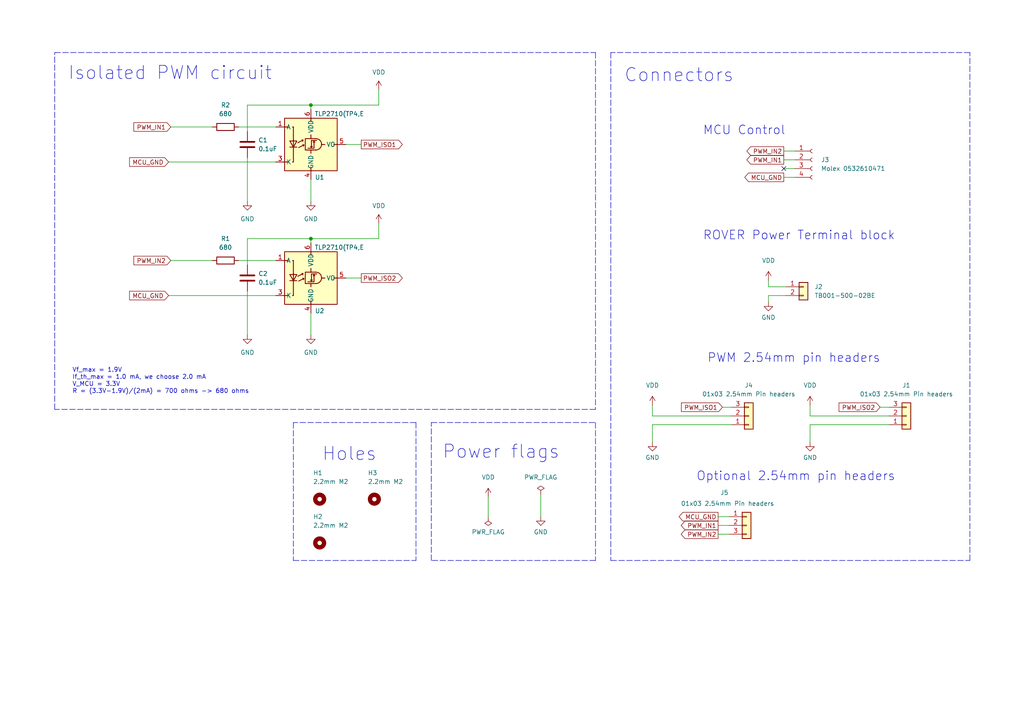
<source format=kicad_sch>
(kicad_sch (version 20211123) (generator eeschema)
  (paper "A4")
  (title_block (title "Isolated PWM ") (date "2022-05-01") (rev "2") (comment 1 "Power supply: 5V") (comment 3 "Author: Vincent Nguyen"))
  (lib_symbols
    (symbol "0_ISOLATED_PWM:TLP2710(TP4,E"
      (property "Reference" "U" (at 5.08 -8.89 0))
      (property "Value" "TLP2710(TP4,E" (at 8.89 8.89 0))
      (symbol "TLP2710(TP4,E_0_1"
        (polyline (pts (xy -7.62 -5.08) (xy -6.604 -5.08)) (stroke (width 0.254)))
        (polyline (pts (xy -7.62 5.08) (xy -6.604 5.08)) (stroke (width 0.254)))
        (polyline (pts (xy -5.08 -5.08) (xy -5.334 -5.08)) (stroke (width 0.254)))
        (polyline (pts (xy -5.08 -1.27) (xy -5.08 -5.08)) (stroke (width 0.254)))
        (polyline (pts (xy -5.08 1.27) (xy -5.08 5.08)) (stroke (width 0.254)))
        (polyline (pts (xy -5.08 5.08) (xy -5.334 5.08)) (stroke (width 0.254)))
        (polyline (pts (xy 0 -7.62) (xy 0 -6.604)) (stroke (width 0.254)))
        (polyline (pts (xy 0 -1.651) (xy 0 -2.54)) (stroke (width 0.254)))
        (polyline (pts (xy 0 1.651) (xy 0 2.794)) (stroke (width 0.254)))
        (polyline (pts (xy 0 7.62) (xy 0 6.604)) (stroke (width 0.254)))
        (polyline (pts (xy 3.048 0) (xy 4.064 0)) (stroke (width 0.254)))
        (polyline (pts (xy 7.62 0) (xy 6.604 0)) (stroke (width 0.254)))
      )
      (symbol "TLP2710(TP4,E_1_1"
        (rectangle (start -7.62 7.62) (end 7.62 -7.62) (stroke (width 0.254)) (fill (type background)))
        (polyline (pts (xy -6.096 -0.762) (xy -4.064 -0.762)) (stroke (width 0.254)))
        (polyline (pts (xy -5.08 -0.762) (xy -5.08 -1.27)) (stroke (width 0.254)))
        (polyline (pts (xy -5.08 1.016) (xy -5.08 -0.762)) (stroke (width 0.254)))
        (polyline (pts (xy -5.08 1.016) (xy -5.08 1.397)) (stroke (width 0.254)))
        (polyline (pts (xy -3.81 0.508) (xy -2.286 1.27)) (stroke (width 0.254)))
        (polyline (pts (xy -3.556 -0.889) (xy -2.032 -0.127)) (stroke (width 0.254)))
        (polyline (pts (xy -2.286 1.27) (xy -2.5908 1.3716)) (stroke (width 0.254)))
        (polyline (pts (xy -2.286 1.27) (xy -2.3876 0.9144)) (stroke (width 0.254)))
        (polyline (pts (xy -2.032 -0.127) (xy -2.3368 -0.0254)) (stroke (width 0.254)))
        (polyline (pts (xy -2.032 -0.127) (xy -2.1336 -0.4826)) (stroke (width 0.254)))
        (polyline (pts (xy 0.1524 -0.8382) (xy -0.1016 -0.5842) (xy 0.4064 -0.5842)) (stroke (width 0.254)))
        (polyline (pts (xy 0.9144 0.9398) (xy 0.9144 -1.0922) (xy -0.8636 -1.0922)) (stroke (width 0.254)))
        (polyline (pts (xy -6.096 1.016) (xy -4.064 1.016) (xy -5.08 -0.762) (xy -6.096 1.016)) (stroke (width 0.254)))
        (polyline (pts (xy 0.9144 0.9398) (xy 0.6604 0.6858) (xy 1.1684 0.6858) (xy 0.9144 0.9398)) (stroke (width 0.254)))
        (polyline (pts (xy 1.4224 1.7018) (xy -1.6256 1.7018) (xy -1.6256 -1.6002) (xy 1.4224 -1.6002)) (stroke (width 0.254)))
        (polyline (pts (xy 1.6764 1.1938) (xy 0.1524 1.1938) (xy 0.1524 -0.8382) (xy 0.4064 -0.5842)) (stroke (width 0.254)))
        (arc (start 1.4224 -1.6002) (mid 2.6101 -1.1115) (end 3.0988 0.0762) (stroke (width 0.254)))
        (arc (start 3.0734 0) (mid 2.6011 1.2413) (end 1.3462 1.6764) (stroke (width 0.254)))
        (pin passive line (at -10.16 5.08 0) (length 2.54) (name "A") (number "1"))
        (pin no_connect line (at -7.62 0 0) (length 2.54) hide (name "NC") (number "2"))
        (pin passive line (at -10.16 -5.08 0) (length 2.54) (name "K") (number "3"))
        (pin power_in line (at 0 -10.16 90) (length 2.54) (name "GND") (number "4"))
        (pin output line (at 10.16 0 180) (length 2.54) (name "VO") (number "5"))
        (pin power_in line (at 0 10.16 270) (length 2.54) (name "VDD") (number "6"))
      )
    )
    (symbol "Connector:Conn_01x04_Female" (pin_names (offset 1.016) hide)
      (property "Reference" "J" (at 0 5.08 0))
      (property "Value" "Conn_01x04_Female" (at 0 -7.62 0))
      (symbol "Conn_01x04_Female_1_1"
        (arc (start 0 -4.572) (mid -0.508 -5.08) (end 0 -5.588) (stroke (width 0.1524)))
        (arc (start 0 -2.032) (mid -0.508 -2.54) (end 0 -3.048) (stroke (width 0.1524)))
        (polyline (pts (xy -1.27 -5.08) (xy -0.508 -5.08)) (stroke (width 0.1524)))
        (polyline (pts (xy -1.27 -2.54) (xy -0.508 -2.54)) (stroke (width 0.1524)))
        (polyline (pts (xy -1.27 0) (xy -0.508 0)) (stroke (width 0.1524)))
        (polyline (pts (xy -1.27 2.54) (xy -0.508 2.54)) (stroke (width 0.1524)))
        (arc (start 0 0.508) (mid -0.508 0) (end 0 -0.508) (stroke (width 0.1524)))
        (arc (start 0 3.048) (mid -0.508 2.54) (end 0 2.032) (stroke (width 0.1524)))
        (pin passive line (at -5.08 2.54 0) (length 3.81) (name "Pin_1") (number "1"))
        (pin passive line (at -5.08 0 0) (length 3.81) (name "Pin_2") (number "2"))
        (pin passive line (at -5.08 -2.54 0) (length 3.81) (name "Pin_3") (number "3"))
        (pin passive line (at -5.08 -5.08 0) (length 3.81) (name "Pin_4") (number "4"))
      )
    )
    (symbol "Connector_Generic:Conn_01x02" (pin_names (offset 1.016) hide)
      (property "Reference" "J" (at 0 2.54 0))
      (property "Value" "Conn_01x02" (at 0 -5.08 0))
      (symbol "Conn_01x02_1_1"
        (rectangle (start -1.27 -2.413) (end 0 -2.667) (stroke (width 0.1524)))
        (rectangle (start -1.27 0.127) (end 0 -0.127) (stroke (width 0.1524)))
        (rectangle (start -1.27 1.27) (end 1.27 -3.81) (stroke (width 0.254)) (fill (type background)))
        (pin passive line (at -5.08 0 0) (length 3.81) (name "Pin_1") (number "1"))
        (pin passive line (at -5.08 -2.54 0) (length 3.81) (name "Pin_2") (number "2"))
      )
    )
    (symbol "Connector_Generic:Conn_01x03" (pin_names (offset 1.016) hide)
      (property "Reference" "J" (at 0 5.08 0))
      (property "Value" "Conn_01x03" (at 0 -5.08 0))
      (symbol "Conn_01x03_1_1"
        (rectangle (start -1.27 -2.413) (end 0 -2.667) (stroke (width 0.1524)))
        (rectangle (start -1.27 0.127) (end 0 -0.127) (stroke (width 0.1524)))
        (rectangle (start -1.27 2.667) (end 0 2.413) (stroke (width 0.1524)))
        (rectangle (start -1.27 3.81) (end 1.27 -3.81) (stroke (width 0.254)) (fill (type background)))
        (pin passive line (at -5.08 2.54 0) (length 3.81) (name "Pin_1") (number "1"))
        (pin passive line (at -5.08 0 0) (length 3.81) (name "Pin_2") (number "2"))
        (pin passive line (at -5.08 -2.54 0) (length 3.81) (name "Pin_3") (number "3"))
      )
    )
    (symbol "Device:C" (pin_numbers hide) (pin_names (offset 0.254))
      (property "Reference" "C" (at 0.635 2.54 0))
      (property "Value" "C" (at 0.635 -2.54 0))
      (symbol "C_0_1"
        (polyline (pts (xy -2.032 -0.762) (xy 2.032 -0.762)) (stroke (width 0.508)))
        (polyline (pts (xy -2.032 0.762) (xy 2.032 0.762)) (stroke (width 0.508)))
      )
      (symbol "C_1_1"
        (pin passive line (at 0 3.81 270) (length 2.794) (name "~") (number "1"))
        (pin passive line (at 0 -3.81 90) (length 2.794) (name "~") (number "2"))
      )
    )
    (symbol "Device:R" (pin_numbers hide) (pin_names (offset 0))
      (property "Reference" "R" (at 2.032 0 90))
      (property "Value" "R" (at 0 0 90))
      (symbol "R_0_1"
        (rectangle (start -1.016 -2.54) (end 1.016 2.54) (stroke (width 0.254)))
      )
      (symbol "R_1_1"
        (pin passive line (at 0 3.81 270) (length 1.27) (name "~") (number "1"))
        (pin passive line (at 0 -3.81 90) (length 1.27) (name "~") (number "2"))
      )
    )
    (symbol "Mechanical:MountingHole" (pin_names (offset 1.016))
      (property "Reference" "H" (at 0 5.08 0))
      (property "Value" "MountingHole" (at 0 3.175 0))
      (symbol "MountingHole_0_1"
        (circle (center 0 0) (radius 1.27) (stroke (width 1.27)))
      )
    )
    (symbol "power:GND" (power) (pin_names (offset 0))
      (property "Value" "GND" (at 0 -3.81 0))
      (symbol "GND_0_1"
        (polyline (pts (xy 0 0) (xy 0 -1.27) (xy 1.27 -1.27) (xy 0 -2.54) (xy -1.27 -1.27) (xy 0 -1.27)))
      )
      (symbol "GND_1_1"
        (pin power_in line (at 0 0 270) (length 0) hide (name "GND") (number "1"))
      )
    )
    (symbol "power:PWR_FLAG" (power) (pin_numbers hide) (pin_names (offset 0) hide)
      (property "Value" "PWR_FLAG" (at 0 3.81 0))
      (symbol "PWR_FLAG_0_0"
        (pin power_out line (at 0 0 90) (length 0) (name "pwr") (number "1"))
      )
      (symbol "PWR_FLAG_0_1"
        (polyline (pts (xy 0 0) (xy 0 1.27) (xy -1.016 1.905) (xy 0 2.54) (xy 1.016 1.905) (xy 0 1.27)))
      )
    )
    (symbol "power:VDD" (power) (pin_names (offset 0))
      (property "Value" "VDD" (at 0 3.81 0))
      (symbol "VDD_0_1"
        (polyline (pts (xy -0.762 1.27) (xy 0 2.54)))
        (polyline (pts (xy 0 0) (xy 0 2.54)))
        (polyline (pts (xy 0 2.54) (xy 0.762 1.27)))
      )
      (symbol "VDD_1_1"
        (pin power_in line (at 0 0 90) (length 0) hide (name "VDD") (number "1"))
      )
    )
  )
  (junction (at 90.17 30.48))
  (junction (at 90.17 69.215))
  (no_connect (at 227.33 48.895))
  (polyline (pts (xy 15.875 118.745) (xy 15.875 15.24)))
  (wire (pts (xy 227.33 46.355) (xy 230.505 46.355)))
  (polyline (pts (xy 125.095 162.56) (xy 125.095 122.555)))
  (wire (pts (xy 48.895 85.725) (xy 80.01 85.725)))
  (wire (pts (xy 71.755 30.48) (xy 90.17 30.48)))
  (wire (pts (xy 208.28 149.86) (xy 211.455 149.86)))
  (wire (pts (xy 189.23 123.19) (xy 212.09 123.19)))
  (polyline (pts (xy 177.165 162.56) (xy 281.305 162.56)))
  (wire (pts (xy 69.215 75.565) (xy 80.01 75.565)))
  (polyline (pts (xy 85.09 122.555) (xy 85.09 162.56)))
  (wire (pts (xy 189.23 128.27) (xy 189.23 123.19)))
  (wire (pts (xy 234.95 123.19) (xy 257.81 123.19)))
  (wire (pts (xy 71.755 76.835) (xy 71.755 69.215)))
  (wire (pts (xy 90.17 69.215) (xy 90.17 70.485)))
  (wire (pts (xy 234.95 128.27) (xy 234.95 123.19)))
  (wire (pts (xy 109.855 26.035) (xy 109.855 30.48)))
  (polyline (pts (xy 281.305 15.24) (xy 177.165 15.24)))
  (polyline (pts (xy 15.875 15.24) (xy 172.72 15.24)))
  (wire (pts (xy 227.33 51.435) (xy 230.505 51.435)))
  (polyline (pts (xy 85.09 162.56) (xy 120.65 162.56)))
  (wire (pts (xy 209.55 118.11) (xy 212.09 118.11)))
  (polyline (pts (xy 120.65 122.555) (xy 120.65 162.56)))
  (wire (pts (xy 71.755 84.455) (xy 71.755 97.155)))
  (wire (pts (xy 234.95 117.475) (xy 234.95 120.65)))
  (wire (pts (xy 222.885 83.185) (xy 227.965 83.185)))
  (wire (pts (xy 156.845 143.51) (xy 156.845 149.86)))
  (polyline (pts (xy 172.72 122.555) (xy 172.72 162.56)))
  (wire (pts (xy 90.17 90.805) (xy 90.17 97.155)))
  (polyline (pts (xy 281.305 162.56) (xy 281.305 15.24)))
  (polyline (pts (xy 120.65 122.555) (xy 85.09 122.555)))
  (wire (pts (xy 255.27 118.11) (xy 257.81 118.11)))
  (polyline (pts (xy 172.72 162.56) (xy 125.095 162.56)))
  (wire (pts (xy 222.885 81.28) (xy 222.885 83.185)))
  (wire (pts (xy 100.33 80.645) (xy 104.775 80.645)))
  (wire (pts (xy 100.33 41.91) (xy 104.775 41.91)))
  (wire (pts (xy 234.95 120.65) (xy 257.81 120.65)))
  (polyline (pts (xy 125.095 122.555) (xy 172.72 122.555)))
  (wire (pts (xy 69.215 36.83) (xy 80.01 36.83)))
  (wire (pts (xy 222.885 87.63) (xy 222.885 85.725)))
  (wire (pts (xy 208.28 154.94) (xy 211.455 154.94)))
  (wire (pts (xy 227.33 43.815) (xy 230.505 43.815)))
  (wire (pts (xy 189.23 117.475) (xy 189.23 120.65)))
  (wire (pts (xy 48.895 46.99) (xy 80.01 46.99)))
  (wire (pts (xy 71.755 38.1) (xy 71.755 30.48)))
  (wire (pts (xy 90.17 30.48) (xy 109.855 30.48)))
  (wire (pts (xy 71.755 69.215) (xy 90.17 69.215)))
  (polyline (pts (xy 172.72 15.24) (xy 172.72 118.745)))
  (polyline (pts (xy 177.165 15.24) (xy 177.165 162.56)))
  (wire (pts (xy 208.28 152.4) (xy 211.455 152.4)))
  (polyline (pts (xy 172.72 118.745) (xy 15.875 118.745)))
  (wire (pts (xy 90.17 69.215) (xy 109.855 69.215)))
  (wire (pts (xy 222.885 85.725) (xy 227.965 85.725)))
  (wire (pts (xy 141.605 144.145) (xy 141.605 149.86)))
  (wire (pts (xy 227.33 48.895) (xy 230.505 48.895)))
  (wire (pts (xy 90.17 52.07) (xy 90.17 58.42)))
  (wire (pts (xy 90.17 30.48) (xy 90.17 31.75)))
  (wire (pts (xy 109.855 64.77) (xy 109.855 69.215)))
  (wire (pts (xy 49.53 36.83) (xy 61.595 36.83)))
  (wire (pts (xy 49.53 75.565) (xy 61.595 75.565)))
  (wire (pts (xy 71.755 45.72) (xy 71.755 58.42)))
  (wire (pts (xy 189.23 120.65) (xy 212.09 120.65)))
  (text "Connectors" (at 180.975 24.13 0) (effects (font (size 3.81 3.81)) (justify left bottom)))
  (text "Holes" (at 93.345 133.985 0) (effects (font (size 3.81 3.81)) (justify left bottom)))
  (text "Vf_max = 1.9V\nIf_th_max = 1.0 mA, we choose 2.0 mA\nV_MCU = 3.3V\nR = (3.3V-1.9V)/(2mA) = 700 ohms -> 680 ohms" (at 20.955 114.3 0) (effects (font (size 1.27 1.27)) (justify left bottom)))
  (text "PWM 2.54mm pin headers" (at 205.105 105.41 0) (effects (font (size 2.54 2.54)) (justify left bottom)))
  (text "Optional 2.54mm pin headers" (at 201.93 139.7 0) (effects (font (size 2.54 2.54)) (justify left bottom)))
  (text "Power flags" (at 128.27 133.35 0) (effects (font (size 3.81 3.81)) (justify left bottom)))
  (text "Isolated PWM circuit" (at 19.685 23.495 0) (effects (font (size 3.81 3.81)) (justify left bottom)))
  (text "MCU Control" (at 203.835 39.37 0) (effects (font (size 2.54 2.54)) (justify left bottom)))
  (text "ROVER Power Terminal block" (at 203.835 69.85 0) (effects (font (size 2.54 2.54)) (justify left bottom)))
  (global_label "PWM_IN1" (shape input) (at 49.53 36.83 180) (property "Intersheet References" "${INTERSHEET_REFS}" (effects hide)))
  (global_label "PWM_ISO1" (shape output) (at 104.775 41.91 0) (property "Intersheet References" "${INTERSHEET_REFS}" (effects hide)))
  (global_label "MCU_GND" (shape input) (at 48.895 85.725 180) (property "Intersheet References" "${INTERSHEET_REFS}" (effects hide)))
  (global_label "MCU_GND" (shape input) (at 48.895 46.99 180) (property "Intersheet References" "${INTERSHEET_REFS}" (effects hide)))
  (global_label "MCU_GND" (shape output) (at 208.28 149.86 180) (property "Intersheet References" "${INTERSHEET_REFS}" (effects hide)))
  (global_label "PWM_IN1" (shape output) (at 227.33 46.355 180) (property "Intersheet References" "${INTERSHEET_REFS}" (effects hide)))
  (global_label "PWM_IN2" (shape input) (at 49.53 75.565 180) (property "Intersheet References" "${INTERSHEET_REFS}" (effects hide)))
  (global_label "PWM_IN2" (shape output) (at 208.28 154.94 180) (property "Intersheet References" "${INTERSHEET_REFS}" (effects hide)))
  (global_label "PWM_IN2" (shape output) (at 227.33 43.815 180) (property "Intersheet References" "${INTERSHEET_REFS}" (effects hide)))
  (global_label "PWM_IN1" (shape output) (at 208.28 152.4 180) (property "Intersheet References" "${INTERSHEET_REFS}" (effects hide)))
  (global_label "PWM_ISO1" (shape input) (at 209.55 118.11 180) (property "Intersheet References" "${INTERSHEET_REFS}" (effects hide)))
  (global_label "PWM_ISO2" (shape output) (at 104.775 80.645 0) (property "Intersheet References" "${INTERSHEET_REFS}" (effects hide)))
  (global_label "PWM_ISO2" (shape input) (at 255.27 118.11 180) (property "Intersheet References" "${INTERSHEET_REFS}" (effects hide)))
  (global_label "MCU_GND" (shape output) (at 227.33 51.435 180) (property "Intersheet References" "${INTERSHEET_REFS}" (effects hide)))
  (symbol (lib_id "power:GND") (at 234.95 128.27 0) (unit 1)
    (property "Reference" "#PWR0104" (effects hide))
    (property "Value" "GND" (at 234.95 132.715 0))
  )
  (symbol (lib_id "Connector:Conn_01x04_Female") (at 235.585 46.355 0) (unit 1)
    (property "Reference" "J3" (at 238.125 46.355 0) (effects (justify left)))
    (property "Value" "Molex 0532610471" (at 238.125 48.895 0) (effects (justify left)))
    (property "Footprint" "Connector_Molex:Molex_PicoBlade_53261-0471_1x04-1MP_P1.25mm_Horizontal" (effects hide))
    (property "Datasheet" "https://www.molex.com/pdm_docs/sd/532610471_sd.pdf" (effects hide))
    (property "Digikey ref" "WM7622TR-ND" (effects hide))
    (property "Manufacturer ref" "0532610471" (effects hide))
  )
  (symbol (lib_id "Device:C") (at 71.755 80.645 0) (unit 1)
    (property "Reference" "C2" (at 74.93 79.3812 0) (effects (justify left)))
    (property "Value" "0.1uF" (at 74.93 81.9212 0) (effects (justify left)))
    (property "Footprint" "Capacitor_SMD:C_0805_2012Metric" (effects hide))
    (property "Datasheet" "https://www.mouser.ch/datasheet/2/585/MLCC-1837944.pdf" (effects hide))
    (property "Package" "0805 (2012 metric)" (effects hide))
    (property "Mouser ref" "187-CL21B104KACNNNC" (effects hide))
    (property "Manufacturer ref" "CL21B104KACNNNC" (effects hide))
    (property "Comments" "We already have some stock" (effects hide))
  )
  (symbol (lib_id "Connector_Generic:Conn_01x02") (at 233.045 83.185 0) (unit 1)
    (property "Reference" "J2" (at 236.22 83.1849 0) (effects (justify left)))
    (property "Value" "TB001-500-02BE" (at 236.22 85.7249 0) (effects (justify left)))
    (property "Footprint" "0_lib_fp:TB001-500-02BE" (effects hide))
    (property "Datasheet" "https://www.mouser.ch/datasheet/2/670/tb001_500-2306989.pdf" (effects hide))
    (property "Mouser ref" "490-TB001-500-02BE" (effects hide))
    (property "Manufacturer ref" "TB001-500-02BE" (effects hide))
  )
  (symbol (lib_id "power:PWR_FLAG") (at 141.605 149.86 180) (unit 1)
    (property "Reference" "#FLG0101" (effects hide))
    (property "Value" "PWR_FLAG" (at 141.605 154.305 0))
  )
  (symbol (lib_id "power:GND") (at 90.17 97.155 0) (unit 1)
    (property "Reference" "#PWR0106" (effects hide))
    (property "Value" "GND" (at 90.17 102.235 0))
  )
  (symbol (lib_id "power:VDD") (at 189.23 117.475 0) (unit 1)
    (property "Reference" "#PWR07" (effects hide))
    (property "Value" "VDD" (at 189.23 111.76 0))
  )
  (symbol (lib_id "power:GND") (at 222.885 87.63 0) (unit 1)
    (property "Reference" "#PWR0108" (effects hide))
    (property "Value" "GND" (at 222.885 92.075 0))
  )
  (symbol (lib_id "power:GND") (at 71.755 97.155 0) (unit 1)
    (property "Reference" "#PWR0107" (effects hide))
    (property "Value" "GND" (at 71.755 102.235 0))
  )
  (symbol (lib_id "0_ISOLATED_PWM:TLP2710(TP4,E") (at 90.17 41.91 0) (unit 1)
    (property "Reference" "U1" (at 92.71 51.435 0))
    (property "Value" "TLP2710(TP4,E" (at 98.425 33.02 0))
    (property "Footprint" "0_lib_fp:SO6L(LF4)" (effects hide))
    (property "Datasheet" "https://www.mouser.ch/datasheet/2/408/TLP2710_datasheet_en_20180309-1594809.pdf" (effects hide))
    (property "Package" "SO6L(LF4)" (effects hide))
    (property "Mouser ref" "757-TLP2710TP4E" (effects hide))
    (property "Manufacturer ref" "TLP2710(TP4,E" (effects hide))
  )
  (symbol (lib_id "power:GND") (at 71.755 58.42 0) (unit 1)
    (property "Reference" "#PWR01" (effects hide))
    (property "Value" "GND" (at 71.755 63.5 0))
  )
  (symbol (lib_id "Connector_Generic:Conn_01x03") (at 217.17 120.65 0) (mirror x) (unit 1)
    (property "Reference" "J4" (at 217.17 111.76 0))
    (property "Value" "01x03 2.54mm Pin headers" (at 217.17 114.3 0))
    (property "Footprint" "Connector_PinHeader_2.54mm:PinHeader_1x03_P2.54mm_Vertical" (effects hide))
  )
  (symbol (lib_id "Device:R") (at 65.405 36.83 90) (unit 1)
    (property "Reference" "R2" (at 65.405 30.48 90))
    (property "Value" "680" (at 65.405 33.02 90))
    (property "Footprint" "Resistor_SMD:R_0805_2012Metric" (effects hide))
    (property "Datasheet" "https://www.mouser.ch/datasheet/2/427/crcwce3-1762584.pdf" (effects hide))
    (property "Package" "0805 (2012 metric)" (effects hide))
    (property "Mouser ref" "71-CRCW0805680RFKEAC" (effects hide))
    (property "Manufacturer ref" "CRCW0805680RFKEAC" (effects hide))
  )
  (symbol (lib_id "Mechanical:MountingHole") (at 92.71 144.78 0) (unit 1)
    (property "Reference" "H1" (at 90.805 137.16 0) (effects (justify left)))
    (property "Value" "2.2mm M2" (at 90.805 139.7 0) (effects (justify left)))
    (property "Footprint" "MountingHole:MountingHole_2.2mm_M2_Pad_Via" (effects hide))
  )
  (symbol (lib_id "power:GND") (at 189.23 128.27 0) (unit 1)
    (property "Reference" "#PWR08" (effects hide))
    (property "Value" "GND" (at 189.23 132.715 0))
  )
  (symbol (lib_id "power:GND") (at 156.845 149.86 0) (unit 1)
    (property "Reference" "#PWR0101" (effects hide))
    (property "Value" "GND" (at 156.845 154.305 0))
  )
  (symbol (lib_id "power:VDD") (at 109.855 26.035 0) (unit 1)
    (property "Reference" "#PWR03" (effects hide))
    (property "Value" "VDD" (at 109.855 20.955 0))
  )
  (symbol (lib_id "Connector_Generic:Conn_01x03") (at 216.535 152.4 0) (unit 1)
    (property "Reference" "J5" (at 208.915 142.875 0) (effects (justify left)))
    (property "Value" "01x03 2.54mm Pin headers" (at 197.485 146.05 0) (effects (justify left)))
    (property "Footprint" "Connector_PinHeader_2.54mm:PinHeader_1x03_P2.54mm_Vertical" (effects hide))
  )
  (symbol (lib_id "Mechanical:MountingHole") (at 92.71 157.48 0) (unit 1)
    (property "Reference" "H2" (at 90.805 149.86 0) (effects (justify left)))
    (property "Value" "2.2mm M2" (at 90.805 152.4 0) (effects (justify left)))
    (property "Footprint" "MountingHole:MountingHole_2.2mm_M2_Pad_Via" (effects hide))
  )
  (symbol (lib_id "Mechanical:MountingHole") (at 108.585 144.78 0) (unit 1)
    (property "Reference" "H3" (at 106.68 137.16 0) (effects (justify left)))
    (property "Value" "2.2mm M2" (at 106.68 139.7 0) (effects (justify left)))
    (property "Footprint" "MountingHole:MountingHole_2.2mm_M2_Pad_Via" (effects hide))
  )
  (symbol (lib_id "power:VDD") (at 222.885 81.28 0) (unit 1)
    (property "Reference" "#PWR0109" (effects hide))
    (property "Value" "VDD" (at 222.885 75.565 0))
  )
  (symbol (lib_id "power:VDD") (at 234.95 117.475 0) (unit 1)
    (property "Reference" "#PWR0105" (effects hide))
    (property "Value" "VDD" (at 234.95 111.76 0))
  )
  (symbol (lib_id "power:PWR_FLAG") (at 156.845 143.51 0) (unit 1)
    (property "Reference" "#FLG0102" (effects hide))
    (property "Value" "PWR_FLAG" (at 156.845 138.43 0))
  )
  (symbol (lib_id "Device:R") (at 65.405 75.565 90) (unit 1)
    (property "Reference" "R1" (at 65.405 69.215 90))
    (property "Value" "680" (at 65.405 71.755 90))
    (property "Footprint" "Resistor_SMD:R_0805_2012Metric" (effects hide))
    (property "Datasheet" "https://www.mouser.ch/datasheet/2/427/crcwce3-1762584.pdf" (effects hide))
    (property "Package" "0805 (2012 metric)" (effects hide))
    (property "Mouser ref" "71-CRCW0805680RFKEAC" (effects hide))
    (property "Manufacturer ref" "CRCW0805680RFKEAC" (effects hide))
  )
  (symbol (lib_id "power:VDD") (at 141.605 144.145 0) (unit 1)
    (property "Reference" "#PWR0102" (effects hide))
    (property "Value" "VDD" (at 141.605 138.43 0))
  )
  (symbol (lib_id "0_ISOLATED_PWM:TLP2710(TP4,E") (at 90.17 80.645 0) (unit 1)
    (property "Reference" "U2" (at 92.71 90.17 0))
    (property "Value" "TLP2710(TP4,E" (at 98.425 71.755 0))
    (property "Footprint" "0_lib_fp:SO6L(LF4)" (effects hide))
    (property "Datasheet" "https://www.mouser.ch/datasheet/2/408/TLP2710_datasheet_en_20180309-1594809.pdf" (effects hide))
    (property "Package" "SO6L(LF4)" (effects hide))
    (property "Mouser ref" "757-TLP2710TP4E" (effects hide))
    (property "Manufacturer ref" "TLP2710(TP4,E" (effects hide))
  )
  (symbol (lib_id "Connector_Generic:Conn_01x03") (at 262.89 120.65 0) (mirror x) (unit 1)
    (property "Reference" "J1" (at 262.89 111.76 0))
    (property "Value" "01x03 2.54mm Pin headers" (at 262.89 114.3 0))
    (property "Footprint" "Connector_PinHeader_2.54mm:PinHeader_1x03_P2.54mm_Vertical" (effects hide))
  )
  (symbol (lib_id "Device:C") (at 71.755 41.91 0) (unit 1)
    (property "Reference" "C1" (at 74.93 40.6462 0) (effects (justify left)))
    (property "Value" "0.1uF" (at 74.93 43.1862 0) (effects (justify left)))
    (property "Footprint" "Capacitor_SMD:C_0805_2012Metric" (effects hide))
    (property "Datasheet" "https://www.mouser.ch/datasheet/2/585/MLCC-1837944.pdf" (effects hide))
    (property "Package" "0805 (2012 metric)" (effects hide))
    (property "Mouser ref" "187-CL21B104KACNNNC" (effects hide))
    (property "Manufacturer ref" "CL21B104KACNNNC" (effects hide))
    (property "Comments" "We already have some stock" (effects hide))
  )
  (symbol (lib_id "power:VDD") (at 109.855 64.77 0) (unit 1)
    (property "Reference" "#PWR0103" (effects hide))
    (property "Value" "VDD" (at 109.855 59.69 0))
  )
  (symbol (lib_id "power:GND") (at 90.17 58.42 0) (unit 1)
    (property "Reference" "#PWR02" (effects hide))
    (property "Value" "GND" (at 90.17 63.5 0))
  )
)
</source>
